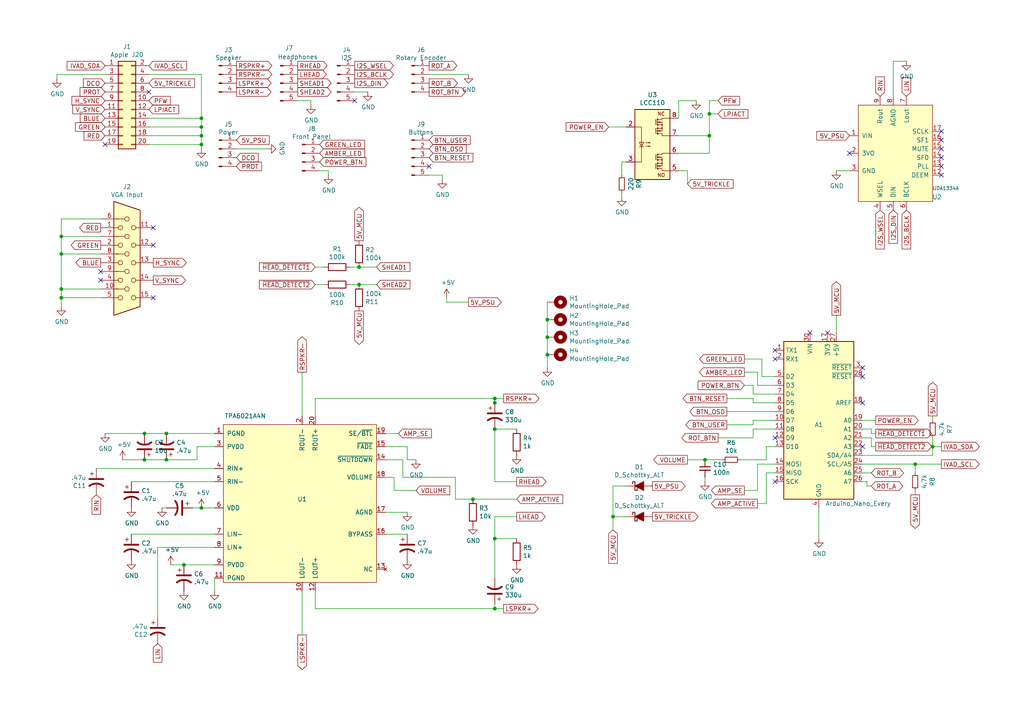
<source format=kicad_sch>
(kicad_sch (version 20211123) (generator eeschema)
  (paper "A4")
  (lib_symbols
    (symbol "Connector:Conn_01x04_Male" (pin_names (offset 1.016) hide)
      (property "Reference" "J" (at 0 5.08 0))
      (property "Value" "Conn_01x04_Male" (at 0 -7.62 0))
      (symbol "Conn_01x04_Male_1_1"
        (pin passive line (at 5.08 2.54 180) (length 3.81) (name "Pin_1") (number "1"))
        (pin passive line (at 5.08 0 180) (length 3.81) (name "Pin_2") (number "2"))
        (pin passive line (at 5.08 -2.54 180) (length 3.81) (name "Pin_3") (number "3"))
        (pin passive line (at 5.08 -5.08 180) (length 3.81) (name "Pin_4") (number "4"))
      )
    )
    (symbol "Connector:Conn_01x05_Male" (pin_names (offset 1.016) hide)
      (property "Reference" "J" (at 0 7.62 0))
      (property "Value" "Conn_01x05_Male" (at 0 -7.62 0))
      (symbol "Conn_01x05_Male_1_1"
        (pin passive line (at 5.08 5.08 180) (length 3.81) (name "Pin_1") (number "1"))
        (pin passive line (at 5.08 2.54 180) (length 3.81) (name "Pin_2") (number "2"))
        (pin passive line (at 5.08 0 180) (length 3.81) (name "Pin_3") (number "3"))
        (pin passive line (at 5.08 -2.54 180) (length 3.81) (name "Pin_4") (number "4"))
        (pin passive line (at 5.08 -5.08 180) (length 3.81) (name "Pin_5") (number "5"))
      )
    )
    (symbol "Connector:DB15_Female_HighDensity" (pin_names (offset 1.016) hide)
      (property "Reference" "J" (at 0 21.59 0))
      (property "Value" "DB15_Female_HighDensity" (at 0 19.05 0))
      (symbol "DB15_Female_HighDensity_1_1"
        (pin passive line (at -7.62 10.16 0) (length 5.08) (name "~") (number "1"))
        (pin passive line (at -7.62 -7.62 0) (length 5.08) (name "~") (number "10"))
        (pin passive line (at 7.62 10.16 180) (length 5.08) (name "~") (number "11"))
        (pin passive line (at 7.62 5.08 180) (length 5.08) (name "~") (number "12"))
        (pin passive line (at 7.62 0 180) (length 5.08) (name "~") (number "13"))
        (pin passive line (at 7.62 -5.08 180) (length 5.08) (name "~") (number "14"))
        (pin passive line (at 7.62 -10.16 180) (length 5.08) (name "~") (number "15"))
        (pin passive line (at -7.62 5.08 0) (length 5.08) (name "~") (number "2"))
        (pin passive line (at -7.62 0 0) (length 5.08) (name "~") (number "3"))
        (pin passive line (at -7.62 -5.08 0) (length 5.08) (name "~") (number "4"))
        (pin passive line (at -7.62 -10.16 0) (length 5.08) (name "~") (number "5"))
        (pin passive line (at -7.62 12.7 0) (length 5.08) (name "~") (number "6"))
        (pin passive line (at -7.62 7.62 0) (length 5.08) (name "~") (number "7"))
        (pin passive line (at -7.62 2.54 0) (length 5.08) (name "~") (number "8"))
        (pin passive line (at -7.62 -2.54 0) (length 5.08) (name "~") (number "9"))
      )
    )
    (symbol "Connector_Generic:Conn_02x10_Odd_Even" (pin_names (offset 1.016) hide)
      (property "Reference" "J" (at 1.27 12.7 0))
      (property "Value" "Conn_02x10_Odd_Even" (at 1.27 -15.24 0))
      (symbol "Conn_02x10_Odd_Even_1_1"
        (pin passive line (at -5.08 10.16 0) (length 3.81) (name "Pin_1") (number "1"))
        (pin passive line (at 7.62 0 180) (length 3.81) (name "Pin_10") (number "10"))
        (pin passive line (at -5.08 -2.54 0) (length 3.81) (name "Pin_11") (number "11"))
        (pin passive line (at 7.62 -2.54 180) (length 3.81) (name "Pin_12") (number "12"))
        (pin passive line (at -5.08 -5.08 0) (length 3.81) (name "Pin_13") (number "13"))
        (pin passive line (at 7.62 -5.08 180) (length 3.81) (name "Pin_14") (number "14"))
        (pin passive line (at -5.08 -7.62 0) (length 3.81) (name "Pin_15") (number "15"))
        (pin passive line (at 7.62 -7.62 180) (length 3.81) (name "Pin_16") (number "16"))
        (pin passive line (at -5.08 -10.16 0) (length 3.81) (name "Pin_17") (number "17"))
        (pin passive line (at 7.62 -10.16 180) (length 3.81) (name "Pin_18") (number "18"))
        (pin passive line (at -5.08 -12.7 0) (length 3.81) (name "Pin_19") (number "19"))
        (pin passive line (at 7.62 10.16 180) (length 3.81) (name "Pin_2") (number "2"))
        (pin passive line (at 7.62 -12.7 180) (length 3.81) (name "Pin_20") (number "20"))
        (pin passive line (at -5.08 7.62 0) (length 3.81) (name "Pin_3") (number "3"))
        (pin passive line (at 7.62 7.62 180) (length 3.81) (name "Pin_4") (number "4"))
        (pin passive line (at -5.08 5.08 0) (length 3.81) (name "Pin_5") (number "5"))
        (pin passive line (at 7.62 5.08 180) (length 3.81) (name "Pin_6") (number "6"))
        (pin passive line (at -5.08 2.54 0) (length 3.81) (name "Pin_7") (number "7"))
        (pin passive line (at 7.62 2.54 180) (length 3.81) (name "Pin_8") (number "8"))
        (pin passive line (at -5.08 0 0) (length 3.81) (name "Pin_9") (number "9"))
      )
    )
    (symbol "Device:C_Small" (pin_numbers hide) (pin_names (offset 0.254) hide)
      (property "Reference" "C" (at 0.254 1.778 0))
      (property "Value" "C_Small" (at 0.254 -2.032 0))
      (symbol "C_Small_1_1"
        (pin passive line (at 0 2.54 270) (length 2.032) (name "~") (number "1"))
        (pin passive line (at 0 -2.54 90) (length 2.032) (name "~") (number "2"))
      )
    )
    (symbol "Device:R" (pin_numbers hide) (pin_names (offset 0))
      (property "Reference" "R" (at 2.032 0 90))
      (property "Value" "R" (at 0 0 90))
      (symbol "R_1_1"
        (pin passive line (at 0 3.81 270) (length 1.27) (name "~") (number "1"))
        (pin passive line (at 0 -3.81 90) (length 1.27) (name "~") (number "2"))
      )
    )
    (symbol "Device:R_Small" (pin_numbers hide) (pin_names (offset 0.254) hide)
      (property "Reference" "R" (at 0.762 0.508 0))
      (property "Value" "R_Small" (at 0.762 -1.016 0))
      (symbol "R_Small_1_1"
        (pin passive line (at 0 2.54 270) (length 0.762) (name "~") (number "1"))
        (pin passive line (at 0 -2.54 90) (length 0.762) (name "~") (number "2"))
      )
    )
    (symbol "MCU_Module:Arduino_Nano_Every"
      (property "Reference" "A" (at -10.16 23.495 0))
      (property "Value" "Arduino_Nano_Every" (at 5.08 -24.13 0))
      (symbol "Arduino_Nano_Every_1_1"
        (pin bidirectional line (at -12.7 20.32 0) (length 2.54) (name "TX1") (number "1"))
        (pin bidirectional line (at -12.7 0 0) (length 2.54) (name "D7") (number "10"))
        (pin bidirectional line (at -12.7 -2.54 0) (length 2.54) (name "D8") (number "11"))
        (pin bidirectional line (at -12.7 -5.08 0) (length 2.54) (name "D9") (number "12"))
        (pin bidirectional line (at -12.7 -7.62 0) (length 2.54) (name "D10") (number "13"))
        (pin bidirectional line (at -12.7 -12.7 0) (length 2.54) (name "MOSI") (number "14"))
        (pin bidirectional line (at -12.7 -15.24 0) (length 2.54) (name "MISO") (number "15"))
        (pin bidirectional line (at -12.7 -17.78 0) (length 2.54) (name "SCK") (number "16"))
        (pin power_out line (at 2.54 25.4 270) (length 2.54) (name "3V3") (number "17"))
        (pin input line (at 12.7 5.08 180) (length 2.54) (name "AREF") (number "18"))
        (pin bidirectional line (at 12.7 0 180) (length 2.54) (name "A0") (number "19"))
        (pin bidirectional line (at -12.7 17.78 0) (length 2.54) (name "RX1") (number "2"))
        (pin bidirectional line (at 12.7 -2.54 180) (length 2.54) (name "A1") (number "20"))
        (pin bidirectional line (at 12.7 -5.08 180) (length 2.54) (name "A2") (number "21"))
        (pin bidirectional line (at 12.7 -7.62 180) (length 2.54) (name "A3") (number "22"))
        (pin bidirectional line (at 12.7 -10.16 180) (length 2.54) (name "SDA/A4") (number "23"))
        (pin bidirectional line (at 12.7 -12.7 180) (length 2.54) (name "SCL/A5") (number "24"))
        (pin bidirectional line (at 12.7 -15.24 180) (length 2.54) (name "A6") (number "25"))
        (pin bidirectional line (at 12.7 -17.78 180) (length 2.54) (name "A7") (number "26"))
        (pin power_out line (at 5.08 25.4 270) (length 2.54) (name "+5V") (number "27"))
        (pin input line (at 12.7 12.7 180) (length 2.54) (name "~{RESET}") (number "28"))
        (pin passive line (at 0 -25.4 90) (length 2.54) hide (name "GND") (number "29"))
        (pin input line (at 12.7 15.24 180) (length 2.54) (name "~{RESET}") (number "3"))
        (pin power_in line (at -2.54 25.4 270) (length 2.54) (name "VIN") (number "30"))
        (pin power_in line (at 0 -25.4 90) (length 2.54) (name "GND") (number "4"))
        (pin bidirectional line (at -12.7 12.7 0) (length 2.54) (name "D2") (number "5"))
        (pin bidirectional line (at -12.7 10.16 0) (length 2.54) (name "D3") (number "6"))
        (pin bidirectional line (at -12.7 7.62 0) (length 2.54) (name "D4") (number "7"))
        (pin bidirectional line (at -12.7 5.08 0) (length 2.54) (name "D5") (number "8"))
        (pin bidirectional line (at -12.7 2.54 0) (length 2.54) (name "D6") (number "9"))
      )
    )
    (symbol "Mechanical:MountingHole_Pad" (pin_numbers hide) (pin_names (offset 1.016) hide)
      (property "Reference" "H" (at 0 6.35 0))
      (property "Value" "MountingHole_Pad" (at 0 4.445 0))
      (symbol "MountingHole_Pad_1_1"
        (pin input line (at 0 -2.54 90) (length 2.54) (name "1") (number "1"))
      )
    )
    (symbol "MiSTer-Custom:TPA6021A4N" (pin_names (offset 1.016))
      (property "Reference" "U" (at 0 5.08 0))
      (property "Value" "TPA6021A4N" (at 0 -3.81 0))
      (symbol "TPA6021A4N_1_1"
        (pin power_in line (at -25.4 20.32 0) (length 2.54) (name "PGND") (number "1"))
        (pin output line (at 0 -25.4 90) (length 2.54) (name "LOUT-") (number "10"))
        (pin power_in line (at -25.4 -21.59 0) (length 2.54) (name "PGND") (number "11"))
        (pin output line (at 3.81 -25.4 90) (length 2.54) (name "LOUT+") (number "12"))
        (pin no_connect line (at 24.13 -19.05 180) (length 2.54) (name "NC") (number "13"))
        (pin input line (at 24.13 12.7 180) (length 2.54) (name "~{SHUTDOWN}") (number "14"))
        (pin input line (at 24.13 16.51 180) (length 2.54) (name "~{FADE}") (number "15"))
        (pin input line (at 24.13 -8.89 180) (length 2.54) (name "BYPASS") (number "16"))
        (pin power_in line (at 24.13 -2.54 180) (length 2.54) (name "AGND") (number "17"))
        (pin input line (at 24.13 7.62 180) (length 2.54) (name "VOLUME") (number "18"))
        (pin input line (at 24.13 20.32 180) (length 2.54) (name "SE/~{BTL}") (number "19"))
        (pin output line (at 0 25.4 270) (length 2.54) (name "ROUT-") (number "2"))
        (pin output line (at 3.81 25.4 270) (length 2.54) (name "ROUT+") (number "20"))
        (pin power_in line (at -25.4 16.51 0) (length 2.54) (name "PVDD") (number "3"))
        (pin input line (at -25.4 10.16 0) (length 2.54) (name "RIN+") (number "4"))
        (pin input line (at -25.4 6.35 0) (length 2.54) (name "RIN-") (number "5"))
        (pin power_in line (at -25.4 -1.27 0) (length 2.54) (name "VDD") (number "6"))
        (pin input line (at -25.4 -8.89 0) (length 2.54) (name "LIN-") (number "7"))
        (pin input line (at -25.4 -12.7 0) (length 2.54) (name "LIN+") (number "8"))
        (pin power_in line (at -25.4 -17.78 0) (length 2.54) (name "PVDD") (number "9"))
      )
    )
    (symbol "MiSTer-Custom:UDA1334A" (pin_names (offset 1.016))
      (property "Reference" "U" (at 0 0 0))
      (property "Value" "UDA1334A" (at 10.16 10.16 0))
      (symbol "UDA1334A_1_1"
        (pin power_in line (at 5.08 11.43 270) (length 2.54) (name "VIN") (number "1"))
        (pin input line (at -6.35 -15.24 90) (length 2.54) (name "DEEM") (number "12"))
        (pin input line (at -3.81 -15.24 90) (length 2.54) (name "PLL") (number "13"))
        (pin input line (at -1.27 -15.24 90) (length 2.54) (name "SF0") (number "14"))
        (pin input line (at 1.27 -15.24 90) (length 2.54) (name "MUTE") (number "15"))
        (pin input line (at 3.81 -15.24 90) (length 2.54) (name "SF1") (number "16"))
        (pin input line (at 6.35 -15.24 90) (length 2.54) (name "SCLK") (number "17"))
        (pin power_out line (at 0 11.43 270) (length 2.54) (name "3VO") (number "2"))
        (pin power_in line (at -5.08 11.43 270) (length 2.54) (name "GND") (number "3"))
        (pin input line (at -16.51 2.54 0) (length 2.54) (name "WSEL") (number "4"))
        (pin input line (at -16.51 -1.27 0) (length 2.54) (name "DIN") (number "5"))
        (pin input line (at -16.51 -5.08 0) (length 2.54) (name "BCLK") (number "6"))
        (pin output line (at 16.51 -5.08 180) (length 2.54) (name "Lout") (number "7"))
        (pin power_in line (at 16.51 -1.27 180) (length 2.54) (name "AGND") (number "8"))
        (pin output line (at 16.51 2.54 180) (length 2.54) (name "Rout") (number "9"))
      )
    )
    (symbol "MiSTer-G3-rescue:CP1-Device" (pin_numbers hide) (pin_names (offset 0.254) hide)
      (property "Reference" "C" (at 0.635 2.54 0))
      (property "Value" "CP1-Device" (at 0.635 -2.54 0))
      (symbol "CP1-Device_1_1"
        (pin passive line (at 0 3.81 270) (length 2.794) (name "~") (number "1"))
        (pin passive line (at 0 -3.81 90) (length 3.302) (name "~") (number "2"))
      )
    )
    (symbol "MiSTer-G3-rescue:D_Schottky_ALT-Device" (pin_numbers hide) (pin_names (offset 1.016) hide)
      (property "Reference" "D" (at 0 2.54 0))
      (property "Value" "D_Schottky_ALT-Device" (at 0 -2.54 0))
      (symbol "D_Schottky_ALT-Device_1_1"
        (pin passive line (at -3.81 0 0) (length 2.54) (name "K") (number "1"))
        (pin passive line (at 3.81 0 180) (length 2.54) (name "A") (number "2"))
      )
    )
    (symbol "Relay_SolidState:LCC110"
      (property "Reference" "U" (at -5.08 11.43 0))
      (property "Value" "LCC110" (at -0.254 11.43 0))
      (symbol "LCC110_0_0"
        (text "NC" (at 2.54 8.89 0) (effects (font (size 1.016 1.016))))
        (text "NO" (at 2.54 -8.89 0) (effects (font (size 1.016 1.016))))
      )
      (symbol "LCC110_1_1"
        (pin no_connect line (at -5.08 7.62 0) (length 2.54) hide (name "nc") (number "1"))
        (pin passive line (at -7.62 5.08 0) (length 2.54) (name "~") (number "2"))
        (pin passive line (at -7.62 -5.08 0) (length 2.54) (name "~") (number "3"))
        (pin no_connect line (at -5.08 -7.62 0) (length 2.54) hide (name "nc") (number "4"))
        (pin passive line (at 7.62 -7.62 180) (length 2.54) (name "~") (number "5"))
        (pin passive line (at 7.62 -2.54 180) (length 2.54) (name "~") (number "6"))
        (pin passive line (at 7.62 2.54 180) (length 2.54) (name "~") (number "7"))
        (pin passive line (at 7.62 7.62 180) (length 2.54) (name "~") (number "8"))
      )
    )
    (symbol "power:+5V" (power) (pin_names (offset 0))
      (property "Value" "+5V" (at 0 3.556 0))
      (symbol "+5V_1_1"
        (pin power_in line (at 0 0 90) (length 0) hide (name "+5V") (number "1"))
      )
    )
    (symbol "power:GND" (power) (pin_names (offset 0))
      (property "Value" "GND" (at 0 -3.81 0))
      (symbol "GND_1_1"
        (pin power_in line (at 0 0 270) (length 0) hide (name "GND") (number "1"))
      )
    )
  )
  (junction (at 205.74 39.37))
  (junction (at 205.74 33.02))
  (junction (at 48.26 125.73))
  (junction (at 17.78 73.66))
  (junction (at 17.78 86.36))
  (junction (at 143.51 115.57))
  (junction (at 41.91 133.35))
  (junction (at 158.75 92.71))
  (junction (at 58.42 39.37))
  (junction (at 143.51 156.21))
  (junction (at 137.16 144.78))
  (junction (at 270.51 129.54))
  (junction (at 17.78 68.58))
  (junction (at 58.42 34.29))
  (junction (at 143.51 124.46))
  (junction (at 58.42 147.32))
  (junction (at 58.42 36.83))
  (junction (at 158.75 97.79))
  (junction (at 143.51 176.53))
  (junction (at 177.8 149.86))
  (junction (at 158.75 102.87))
  (junction (at 53.34 163.83))
  (junction (at 204.47 133.35))
  (junction (at 104.14 82.55))
  (junction (at 58.42 41.91))
  (junction (at 17.78 83.82))
  (junction (at 143.51 116.84))
  (junction (at 41.91 125.73))
  (junction (at 104.14 77.47))
  (junction (at 265.43 134.62))
  (junction (at 48.26 133.35))
  (no_connect (at 224.79 127))
  (no_connect (at 224.79 101.6))
  (no_connect (at 224.79 104.14))
  (no_connect (at 30.48 41.91))
  (no_connect (at 250.19 116.84))
  (no_connect (at 234.95 96.52))
  (no_connect (at 224.79 139.7))
  (no_connect (at 273.05 48.26))
  (no_connect (at 29.21 78.74))
  (no_connect (at 273.05 45.72))
  (no_connect (at 250.19 106.68))
  (no_connect (at 250.19 129.54))
  (no_connect (at 273.05 38.1))
  (no_connect (at 29.21 81.28))
  (no_connect (at 44.45 71.12))
  (no_connect (at 44.45 66.04))
  (no_connect (at 246.38 44.45))
  (no_connect (at 273.05 43.18))
  (no_connect (at 273.05 50.8))
  (no_connect (at 307.34 166.37))
  (no_connect (at 43.18 26.67))
  (no_connect (at 250.19 109.22))
  (no_connect (at 44.45 86.36))
  (no_connect (at 124.46 48.26))
  (no_connect (at 240.03 96.52))
  (no_connect (at 102.87 29.21))
  (no_connect (at 273.05 40.64))
  (wire (pts (xy 242.57 49.53) (xy 246.38 49.53)))
  (wire (pts (xy 27.94 135.89) (xy 62.23 135.89)))
  (wire (pts (xy 116.84 138.43) (xy 132.08 138.43)))
  (wire (pts (xy 252.73 127) (xy 252.73 129.54)))
  (wire (pts (xy 116.84 133.35) (xy 116.84 138.43)))
  (wire (pts (xy 57.15 129.54) (xy 62.23 129.54)))
  (wire (pts (xy 118.11 129.54) (xy 118.11 133.35)))
  (wire (pts (xy 43.18 41.91) (xy 58.42 41.91)))
  (wire (pts (xy 91.44 115.57) (xy 143.51 115.57)))
  (wire (pts (xy 158.75 92.71) (xy 158.75 97.79)))
  (wire (pts (xy 17.78 88.9) (xy 17.78 86.36)))
  (wire (pts (xy 250.19 124.46) (xy 252.73 124.46)))
  (wire (pts (xy 199.39 49.53) (xy 199.39 53.34)))
  (wire (pts (xy 143.51 176.53) (xy 146.05 176.53)))
  (wire (pts (xy 58.42 36.83) (xy 58.42 39.37)))
  (wire (pts (xy 214.63 133.35) (xy 222.25 133.35)))
  (wire (pts (xy 252.73 125.73) (xy 254 125.73)))
  (wire (pts (xy 104.14 77.47) (xy 109.22 77.47)))
  (wire (pts (xy 196.85 39.37) (xy 205.74 39.37)))
  (wire (pts (xy 250.19 134.62) (xy 265.43 134.62)))
  (wire (pts (xy 196.85 34.29) (xy 196.85 29.21)))
  (wire (pts (xy 222.25 137.16) (xy 222.25 146.05)))
  (wire (pts (xy 180.34 46.99) (xy 181.61 46.99)))
  (wire (pts (xy 252.73 129.54) (xy 254 129.54)))
  (wire (pts (xy 205.74 33.02) (xy 208.28 33.02)))
  (wire (pts (xy 250.19 137.16) (xy 252.73 137.16)))
  (wire (pts (xy 149.86 156.21) (xy 143.51 156.21)))
  (wire (pts (xy 215.9 111.76) (xy 218.44 111.76)))
  (wire (pts (xy 111.76 133.35) (xy 116.84 133.35)))
  (wire (pts (xy 252.73 124.46) (xy 252.73 125.73)))
  (wire (pts (xy 17.78 73.66) (xy 17.78 68.58)))
  (wire (pts (xy 137.16 144.78) (xy 149.86 144.78)))
  (wire (pts (xy 91.44 176.53) (xy 143.51 176.53)))
  (wire (pts (xy 29.21 86.36) (xy 17.78 86.36)))
  (wire (pts (xy 181.61 140.97) (xy 177.8 140.97)))
  (wire (pts (xy 250.19 121.92) (xy 254 121.92)))
  (wire (pts (xy 265.43 134.62) (xy 265.43 137.16)))
  (wire (pts (xy 49.53 163.83) (xy 53.34 163.83)))
  (wire (pts (xy 143.51 175.26) (xy 143.51 176.53)))
  (wire (pts (xy 265.43 134.62) (xy 273.05 134.62)))
  (wire (pts (xy 114.3 138.43) (xy 114.3 142.24)))
  (wire (pts (xy 218.44 121.92) (xy 224.79 121.92)))
  (wire (pts (xy 48.26 125.73) (xy 62.23 125.73)))
  (wire (pts (xy 87.63 171.45) (xy 87.63 184.15)))
  (wire (pts (xy 199.39 133.35) (xy 204.47 133.35)))
  (wire (pts (xy 43.18 36.83) (xy 58.42 36.83)))
  (wire (pts (xy 129.54 86.36) (xy 129.54 87.63)))
  (wire (pts (xy 129.54 87.63) (xy 135.89 87.63)))
  (wire (pts (xy 58.42 34.29) (xy 58.42 36.83)))
  (wire (pts (xy 215.9 107.95) (xy 219.71 107.95)))
  (wire (pts (xy 218.44 115.57) (xy 218.44 116.84)))
  (wire (pts (xy 48.26 147.32) (xy 46.99 147.32)))
  (wire (pts (xy 58.42 39.37) (xy 58.42 41.91)))
  (wire (pts (xy 215.9 104.14) (xy 220.98 104.14)))
  (wire (pts (xy 210.82 119.38) (xy 224.79 119.38)))
  (wire (pts (xy 53.34 163.83) (xy 62.23 163.83)))
  (wire (pts (xy 219.71 111.76) (xy 224.79 111.76)))
  (wire (pts (xy 16.51 21.59) (xy 16.51 22.86)))
  (wire (pts (xy 205.74 44.45) (xy 196.85 44.45)))
  (wire (pts (xy 29.21 83.82) (xy 17.78 83.82)))
  (wire (pts (xy 128.27 50.8) (xy 128.27 52.07)))
  (wire (pts (xy 224.79 129.54) (xy 222.25 129.54)))
  (wire (pts (xy 101.6 82.55) (xy 104.14 82.55)))
  (wire (pts (xy 48.26 133.35) (xy 57.15 133.35)))
  (wire (pts (xy 205.74 29.21) (xy 208.28 29.21)))
  (wire (pts (xy 87.63 120.65) (xy 87.63 107.95)))
  (wire (pts (xy 29.21 68.58) (xy 17.78 68.58)))
  (wire (pts (xy 219.71 134.62) (xy 219.71 142.24)))
  (wire (pts (xy 62.23 139.7) (xy 38.1 139.7)))
  (wire (pts (xy 218.44 123.19) (xy 218.44 121.92)))
  (wire (pts (xy 176.53 36.83) (xy 181.61 36.83)))
  (wire (pts (xy 180.34 57.15) (xy 180.34 55.88)))
  (wire (pts (xy 17.78 63.5) (xy 29.21 63.5)))
  (wire (pts (xy 218.44 114.3) (xy 224.79 114.3)))
  (wire (pts (xy 58.42 21.59) (xy 58.42 34.29)))
  (wire (pts (xy 143.51 124.46) (xy 149.86 124.46)))
  (wire (pts (xy 259.08 17.78) (xy 262.89 17.78)))
  (wire (pts (xy 224.79 134.62) (xy 219.71 134.62)))
  (wire (pts (xy 132.08 144.78) (xy 137.16 144.78)))
  (wire (pts (xy 219.71 142.24) (xy 215.9 142.24)))
  (wire (pts (xy 91.44 82.55) (xy 93.98 82.55)))
  (wire (pts (xy 58.42 147.32) (xy 62.23 147.32)))
  (wire (pts (xy 90.17 29.21) (xy 90.17 30.48)))
  (wire (pts (xy 86.36 29.21) (xy 90.17 29.21)))
  (wire (pts (xy 158.75 102.87) (xy 158.75 106.68)))
  (wire (pts (xy 242.57 91.44) (xy 242.57 96.52)))
  (wire (pts (xy 41.91 133.35) (xy 48.26 133.35)))
  (wire (pts (xy 143.51 156.21) (xy 143.51 167.64)))
  (wire (pts (xy 62.23 154.94) (xy 38.1 154.94)))
  (wire (pts (xy 146.05 115.57) (xy 143.51 115.57)))
  (wire (pts (xy 222.25 146.05) (xy 219.71 146.05)))
  (wire (pts (xy 95.25 49.53) (xy 95.25 50.8)))
  (wire (pts (xy 104.14 82.55) (xy 109.22 82.55)))
  (wire (pts (xy 30.48 21.59) (xy 16.51 21.59)))
  (wire (pts (xy 45.72 158.75) (xy 62.23 158.75)))
  (wire (pts (xy 58.42 41.91) (xy 58.42 43.18)))
  (wire (pts (xy 196.85 29.21) (xy 201.93 29.21)))
  (wire (pts (xy 124.46 50.8) (xy 128.27 50.8)))
  (wire (pts (xy 68.58 43.18) (xy 77.47 43.18)))
  (wire (pts (xy 218.44 127) (xy 218.44 124.46)))
  (wire (pts (xy 251.46 140.97) (xy 252.73 140.97)))
  (wire (pts (xy 205.74 39.37) (xy 205.74 44.45)))
  (wire (pts (xy 204.47 138.43) (xy 204.47 139.7)))
  (wire (pts (xy 237.49 147.32) (xy 237.49 156.21)))
  (wire (pts (xy 208.28 127) (xy 218.44 127)))
  (wire (pts (xy 111.76 138.43) (xy 114.3 138.43)))
  (wire (pts (xy 205.74 33.02) (xy 205.74 29.21)))
  (wire (pts (xy 62.23 167.64) (xy 62.23 171.45)))
  (wire (pts (xy 220.98 109.22) (xy 224.79 109.22)))
  (wire (pts (xy 205.74 39.37) (xy 205.74 33.02)))
  (wire (pts (xy 270.51 132.08) (xy 270.51 129.54)))
  (wire (pts (xy 204.47 133.35) (xy 209.55 133.35)))
  (wire (pts (xy 45.72 179.07) (xy 45.72 158.75)))
  (wire (pts (xy 259.08 27.94) (xy 259.08 17.78)))
  (wire (pts (xy 92.71 49.53) (xy 95.25 49.53)))
  (wire (pts (xy 219.71 107.95) (xy 219.71 111.76)))
  (wire (pts (xy 118.11 133.35) (xy 120.65 133.35)))
  (wire (pts (xy 17.78 83.82) (xy 17.78 73.66)))
  (wire (pts (xy 181.61 149.86) (xy 177.8 149.86)))
  (wire (pts (xy 43.18 39.37) (xy 58.42 39.37)))
  (wire (pts (xy 270.51 120.65) (xy 270.51 121.92)))
  (wire (pts (xy 210.82 115.57) (xy 218.44 115.57)))
  (wire (pts (xy 91.44 77.47) (xy 93.98 77.47)))
  (wire (pts (xy 55.88 147.32) (xy 58.42 147.32)))
  (wire (pts (xy 111.76 125.73) (xy 115.57 125.73)))
  (wire (pts (xy 91.44 171.45) (xy 91.44 176.53)))
  (wire (pts (xy 143.51 116.84) (xy 143.51 119.38)))
  (wire (pts (xy 251.46 139.7) (xy 251.46 140.97)))
  (wire (pts (xy 158.75 87.63) (xy 158.75 92.71)))
  (wire (pts (xy 218.44 111.76) (xy 218.44 114.3)))
  (wire (pts (xy 250.19 127) (xy 252.73 127)))
  (wire (pts (xy 17.78 86.36) (xy 17.78 83.82)))
  (wire (pts (xy 17.78 68.58) (xy 17.78 63.5)))
  (wire (pts (xy 111.76 129.54) (xy 118.11 129.54)))
  (wire (pts (xy 218.44 124.46) (xy 224.79 124.46)))
  (wire (pts (xy 158.75 97.79) (xy 158.75 102.87)))
  (wire (pts (xy 143.51 149.86) (xy 149.86 149.86)))
  (wire (pts (xy 250.19 132.08) (xy 270.51 132.08)))
  (wire (pts (xy 220.98 104.14) (xy 220.98 109.22)))
  (wire (pts (xy 132.08 138.43) (xy 132.08 144.78)))
  (wire (pts (xy 224.79 137.16) (xy 222.25 137.16)))
  (wire (pts (xy 180.34 50.8) (xy 180.34 46.99)))
  (wire (pts (xy 29.21 73.66) (xy 17.78 73.66)))
  (wire (pts (xy 101.6 77.47) (xy 104.14 77.47)))
  (wire (pts (xy 43.18 34.29) (xy 58.42 34.29)))
  (wire (pts (xy 114.3 142.24) (xy 120.65 142.24)))
  (wire (pts (xy 177.8 149.86) (xy 177.8 153.67)))
  (wire (pts (xy 250.19 139.7) (xy 251.46 139.7)))
  (wire (pts (xy 143.51 156.21) (xy 143.51 149.86)))
  (wire (pts (xy 43.18 21.59) (xy 58.42 21.59)))
  (wire (pts (xy 218.44 116.84) (xy 224.79 116.84)))
  (wire (pts (xy 222.25 133.35) (xy 222.25 129.54)))
  (wire (pts (xy 41.91 125.73) (xy 48.26 125.73)))
  (wire (pts (xy 270.51 129.54) (xy 273.05 129.54)))
  (wire (pts (xy 135.89 21.59) (xy 124.46 21.59)))
  (wire (pts (xy 270.51 129.54) (xy 270.51 127)))
  (wire (pts (xy 143.51 124.46) (xy 143.51 139.7)))
  (wire (pts (xy 265.43 142.24) (xy 265.43 143.51)))
  (wire (pts (xy 196.85 49.53) (xy 199.39 49.53)))
  (wire (pts (xy 143.51 115.57) (xy 143.51 116.84)))
  (wire (pts (xy 177.8 140.97) (xy 177.8 149.86)))
  (wire (pts (xy 102.87 26.67) (xy 106.68 26.67)))
  (wire (pts (xy 30.48 125.73) (xy 41.91 125.73)))
  (wire (pts (xy 111.76 148.59) (xy 118.11 148.59)))
  (wire (pts (xy 57.15 133.35) (xy 57.15 129.54)))
  (wire (pts (xy 91.44 120.65) (xy 91.44 115.57)))
  (wire (pts (xy 143.51 139.7) (xy 149.86 139.7)))
  (wire (pts (xy 111.76 154.94) (xy 118.11 154.94)))
  (wire (pts (xy 35.56 133.35) (xy 41.91 133.35)))
  (wire (pts (xy 210.82 123.19) (xy 218.44 123.19)))
  (global_label "5V_MCU" (shape output) (at 104.14 69.85 90) (property "Intersheet References" "${INTERSHEET_REFS}" (effects hide)))
  (global_label "5V_MCU" (shape output) (at 242.57 91.44 90) (property "Intersheet References" "${INTERSHEET_REFS}" (effects hide)))
  (global_label "~{HEAD_DETECT1}" (shape output) (at 254 125.73 0) (property "Intersheet References" "${INTERSHEET_REFS}" (effects hide)))
  (global_label "PROT" (shape input) (at 68.58 48.26 0) (property "Intersheet References" "${INTERSHEET_REFS}" (effects hide)))
  (global_label "POWER_EN" (shape input) (at 176.53 36.83 180) (property "Intersheet References" "${INTERSHEET_REFS}" (effects hide)))
  (global_label "LSPKR-" (shape output) (at 68.58 26.67 0) (property "Intersheet References" "${INTERSHEET_REFS}" (effects hide)))
  (global_label "I2S_WSEL" (shape input) (at 255.27 60.96 270) (property "Intersheet References" "${INTERSHEET_REFS}" (effects hide)))
  (global_label "IVAD_SDA" (shape output) (at 273.05 129.54 0) (property "Intersheet References" "${INTERSHEET_REFS}" (effects hide)))
  (global_label "I2S_WSEL" (shape output) (at 102.87 19.05 0) (property "Intersheet References" "${INTERSHEET_REFS}" (effects hide)))
  (global_label "BLUE" (shape input) (at 30.48 34.29 180) (property "Intersheet References" "${INTERSHEET_REFS}" (effects hide)))
  (global_label "AMBER_LED" (shape input) (at 92.71 44.45 0) (property "Intersheet References" "${INTERSHEET_REFS}" (effects hide)))
  (global_label "~{HEAD_DETECT2}" (shape input) (at 91.44 82.55 180) (property "Intersheet References" "${INTERSHEET_REFS}" (effects hide)))
  (global_label "5V_PSU" (shape output) (at 189.23 140.97 0) (property "Intersheet References" "${INTERSHEET_REFS}" (effects hide)))
  (global_label "5V_PSU" (shape input) (at 68.58 40.64 0) (property "Intersheet References" "${INTERSHEET_REFS}" (effects hide)))
  (global_label "VOLUME" (shape input) (at 120.65 142.24 0) (property "Intersheet References" "${INTERSHEET_REFS}" (effects hide)))
  (global_label "SHEAD1" (shape input) (at 109.22 77.47 0) (property "Intersheet References" "${INTERSHEET_REFS}" (effects hide)))
  (global_label "AMBER_LED" (shape output) (at 215.9 107.95 180) (property "Intersheet References" "${INTERSHEET_REFS}" (effects hide)))
  (global_label "BTN_RESET" (shape output) (at 210.82 115.57 180) (property "Intersheet References" "${INTERSHEET_REFS}" (effects hide)))
  (global_label "LHEAD" (shape output) (at 149.86 149.86 0) (property "Intersheet References" "${INTERSHEET_REFS}" (effects hide)))
  (global_label "RED" (shape output) (at 29.21 66.04 180) (property "Intersheet References" "${INTERSHEET_REFS}" (effects hide)))
  (global_label "GREEN" (shape output) (at 29.21 71.12 180) (property "Intersheet References" "${INTERSHEET_REFS}" (effects hide)))
  (global_label "AMP_ACTIVE" (shape output) (at 219.71 146.05 180) (property "Intersheet References" "${INTERSHEET_REFS}" (effects hide)))
  (global_label "5V_TRICKLE" (shape output) (at 189.23 149.86 0) (property "Intersheet References" "${INTERSHEET_REFS}" (effects hide)))
  (global_label "5V_PSU" (shape input) (at 246.38 39.37 180) (property "Intersheet References" "${INTERSHEET_REFS}" (effects hide)))
  (global_label "5V_MCU" (shape output) (at 104.14 90.17 270) (property "Intersheet References" "${INTERSHEET_REFS}" (effects hide)))
  (global_label "ROT_B" (shape bidirectional) (at 252.73 137.16 0) (property "Intersheet References" "${INTERSHEET_REFS}" (effects hide)))
  (global_label "POWER_BTN" (shape input) (at 215.9 111.76 180) (property "Intersheet References" "${INTERSHEET_REFS}" (effects hide)))
  (global_label "5V_MCU" (shape output) (at 265.43 143.51 270) (property "Intersheet References" "${INTERSHEET_REFS}" (effects hide)))
  (global_label "I2S_BCLK" (shape output) (at 102.87 21.59 0) (property "Intersheet References" "${INTERSHEET_REFS}" (effects hide)))
  (global_label "ROT_A" (shape output) (at 124.46 19.05 0) (property "Intersheet References" "${INTERSHEET_REFS}" (effects hide)))
  (global_label "RIN" (shape input) (at 27.94 143.51 270) (property "Intersheet References" "${INTERSHEET_REFS}" (effects hide)))
  (global_label "GREEN_LED" (shape input) (at 92.71 41.91 0) (property "Intersheet References" "${INTERSHEET_REFS}" (effects hide)))
  (global_label "BLUE" (shape output) (at 29.21 76.2 180) (property "Intersheet References" "${INTERSHEET_REFS}" (effects hide)))
  (global_label "5V_TRICKLE" (shape input) (at 199.39 53.34 0) (property "Intersheet References" "${INTERSHEET_REFS}" (effects hide)))
  (global_label "I2S_BCLK" (shape input) (at 262.89 60.96 270) (property "Intersheet References" "${INTERSHEET_REFS}" (effects hide)))
  (global_label "ROT_A" (shape bidirectional) (at 252.73 140.97 0) (property "Intersheet References" "${INTERSHEET_REFS}" (effects hide)))
  (global_label "GREEN_LED" (shape output) (at 215.9 104.14 180) (property "Intersheet References" "${INTERSHEET_REFS}" (effects hide)))
  (global_label "RHEAD" (shape output) (at 86.36 19.05 0) (property "Intersheet References" "${INTERSHEET_REFS}" (effects hide)))
  (global_label "IVAD_SDA" (shape input) (at 30.48 19.05 180) (property "Intersheet References" "${INTERSHEET_REFS}" (effects hide)))
  (global_label "LSPKR-" (shape output) (at 87.63 184.15 270) (property "Intersheet References" "${INTERSHEET_REFS}" (effects hide)))
  (global_label "I2S_DIN" (shape output) (at 102.87 24.13 0) (property "Intersheet References" "${INTERSHEET_REFS}" (effects hide)))
  (global_label "LHEAD" (shape output) (at 86.36 21.59 0) (property "Intersheet References" "${INTERSHEET_REFS}" (effects hide)))
  (global_label "LIN" (shape input) (at 262.89 27.94 90) (property "Intersheet References" "${INTERSHEET_REFS}" (effects hide)))
  (global_label "RSPKR+" (shape output) (at 68.58 19.05 0) (property "Intersheet References" "${INTERSHEET_REFS}" (effects hide)))
  (global_label "RSPKR-" (shape output) (at 87.63 107.95 90) (property "Intersheet References" "${INTERSHEET_REFS}" (effects hide)))
  (global_label "IVAD_SCL" (shape input) (at 43.18 19.05 0) (property "Intersheet References" "${INTERSHEET_REFS}" (effects hide)))
  (global_label "BTN_USER" (shape output) (at 210.82 123.19 180) (property "Intersheet References" "${INTERSHEET_REFS}" (effects hide)))
  (global_label "5V_MCU" (shape input) (at 177.8 153.67 270) (property "Intersheet References" "${INTERSHEET_REFS}" (effects hide)))
  (global_label "BTN_USER" (shape input) (at 124.46 40.64 0) (property "Intersheet References" "${INTERSHEET_REFS}" (effects hide)))
  (global_label "AMP_ACTIVE" (shape input) (at 149.86 144.78 0) (property "Intersheet References" "${INTERSHEET_REFS}" (effects hide)))
  (global_label "POWER_BTN" (shape input) (at 92.71 46.99 0) (property "Intersheet References" "${INTERSHEET_REFS}" (effects hide)))
  (global_label "V_SYNC" (shape output) (at 44.45 81.28 0) (property "Intersheet References" "${INTERSHEET_REFS}" (effects hide)))
  (global_label "RHEAD" (shape output) (at 149.86 139.7 0) (property "Intersheet References" "${INTERSHEET_REFS}" (effects hide)))
  (global_label "~{HEAD_DETECT1}" (shape input) (at 91.44 77.47 180) (property "Intersheet References" "${INTERSHEET_REFS}" (effects hide)))
  (global_label "AMP_SE" (shape output) (at 215.9 142.24 180) (property "Intersheet References" "${INTERSHEET_REFS}" (effects hide)))
  (global_label "IVAD_SCL" (shape output) (at 273.05 134.62 0) (property "Intersheet References" "${INTERSHEET_REFS}" (effects hide)))
  (global_label "LSPKR+" (shape output) (at 68.58 24.13 0) (property "Intersheet References" "${INTERSHEET_REFS}" (effects hide)))
  (global_label "LSPKR+" (shape output) (at 146.05 176.53 0) (property "Intersheet References" "${INTERSHEET_REFS}" (effects hide)))
  (global_label "DCO" (shape input) (at 68.58 45.72 0) (property "Intersheet References" "${INTERSHEET_REFS}" (effects hide)))
  (global_label "AMP_SE" (shape input) (at 115.57 125.73 0) (property "Intersheet References" "${INTERSHEET_REFS}" (effects hide)))
  (global_label "DCO" (shape input) (at 30.48 24.13 180) (property "Intersheet References" "${INTERSHEET_REFS}" (effects hide)))
  (global_label "I2S_DIN" (shape input) (at 259.08 60.96 270) (property "Intersheet References" "${INTERSHEET_REFS}" (effects hide)))
  (global_label "5V_MCU" (shape output) (at 270.51 120.65 90) (property "Intersheet References" "${INTERSHEET_REFS}" (effects hide)))
  (global_label "VOLUME" (shape output) (at 199.39 133.35 180) (property "Intersheet References" "${INTERSHEET_REFS}" (effects hide)))
  (global_label "ROT_BTN" (shape output) (at 208.28 127 180) (property "Intersheet References" "${INTERSHEET_REFS}" (effects hide)))
  (global_label "SHEAD2" (shape input) (at 109.22 82.55 0) (property "Intersheet References" "${INTERSHEET_REFS}" (effects hide)))
  (global_label "RSPKR-" (shape output) (at 68.58 21.59 0) (property "Intersheet References" "${INTERSHEET_REFS}" (effects hide)))
  (global_label "V_SYNC" (shape input) (at 30.48 31.75 180) (property "Intersheet References" "${INTERSHEET_REFS}" (effects hide)))
  (global_label "H_SYNC" (shape input) (at 30.48 29.21 180) (property "Intersheet References" "${INTERSHEET_REFS}" (effects hide)))
  (global_label "LIN" (shape input) (at 45.72 186.69 270) (property "Intersheet References" "${INTERSHEET_REFS}" (effects hide)))
  (global_label "ROT_B" (shape output) (at 124.46 24.13 0) (property "Intersheet References" "${INTERSHEET_REFS}" (effects hide)))
  (global_label "SHEAD2" (shape output) (at 86.36 26.67 0) (property "Intersheet References" "${INTERSHEET_REFS}" (effects hide)))
  (global_label "PFW" (shape input) (at 208.28 29.21 0) (property "Intersheet References" "${INTERSHEET_REFS}" (effects hide)))
  (global_label "BTN_OSD" (shape output) (at 210.82 119.38 180) (property "Intersheet References" "${INTERSHEET_REFS}" (effects hide)))
  (global_label "5V_TRICKLE" (shape input) (at 43.18 24.13 0) (property "Intersheet References" "${INTERSHEET_REFS}" (effects hide)))
  (global_label "5V_PSU" (shape output) (at 135.89 87.63 0) (property "Intersheet References" "${INTERSHEET_REFS}" (effects hide)))
  (global_label "GREEN" (shape input) (at 30.48 36.83 180) (property "Intersheet References" "${INTERSHEET_REFS}" (effects hide)))
  (global_label "SHEAD1" (shape output) (at 86.36 24.13 0) (property "Intersheet References" "${INTERSHEET_REFS}" (effects hide)))
  (global_label "RIN" (shape input) (at 255.27 27.94 90) (property "Intersheet References" "${INTERSHEET_REFS}" (effects hide)))
  (global_label "RED" (shape input) (at 30.48 39.37 180) (property "Intersheet References" "${INTERSHEET_REFS}" (effects hide)))
  (global_label "LPIACT" (shape input) (at 208.28 33.02 0) (property "Intersheet References" "${INTERSHEET_REFS}" (effects hide)))
  (global_label "PFW" (shape input) (at 43.18 29.21 0) (property "Intersheet References" "${INTERSHEET_REFS}" (effects hide)))
  (global_label "POWER_EN" (shape output) (at 254 121.92 0) (property "Intersheet References" "${INTERSHEET_REFS}" (effects hide)))
  (global_label "LPIACT" (shape input) (at 43.18 31.75 0) (property "Intersheet References" "${INTERSHEET_REFS}" (effects hide)))
  (global_label "PROT" (shape input) (at 30.48 26.67 180) (property "Intersheet References" "${INTERSHEET_REFS}" (effects hide)))
  (global_label "RSPKR+" (shape output) (at 146.05 115.57 0) (property "Intersheet References" "${INTERSHEET_REFS}" (effects hide)))
  (global_label "BTN_OSD" (shape input) (at 124.46 43.18 0) (property "Intersheet References" "${INTERSHEET_REFS}" (effects hide)))
  (global_label "BTN_RESET" (shape input) (at 124.46 45.72 0) (property "Intersheet References" "${INTERSHEET_REFS}" (effects hide)))
  (global_label "H_SYNC" (shape output) (at 44.45 76.2 0) (property "Intersheet References" "${INTERSHEET_REFS}" (effects hide)))
  (global_label "~{HEAD_DETECT2}" (shape output) (at 254 129.54 0) (property "Intersheet References" "${INTERSHEET_REFS}" (effects hide)))
  (global_label "ROT_BTN" (shape output) (at 124.46 26.67 0) (property "Intersheet References" "${INTERSHEET_REFS}" (effects hide)))
  (symbol (lib_id "MiSTer-G3-rescue:CP1-Device") (at 48.26 129.54 180) (unit 1)
    (property "Reference" "C4" (at 51.181 128.3716 0) (effects (justify right)))
    (property "Value" ".47u" (at 51.181 130.683 0) (effects (justify right)))
    (property "Footprint" "Capacitor_THT:CP_Radial_D5.0mm_P2.50mm" (effects hide))
    (property "Vendor" "digikey" (effects hide))
    (property "Part#" "478-8779-1-ND" (effects hide))
  )
  (symbol (lib_id "MiSTer-G3-rescue:CP1-Device") (at 41.91 129.54 180) (unit 1)
    (property "Reference" "C3" (at 44.831 128.3716 0) (effects (justify right)))
    (property "Value" "10u" (at 44.831 130.683 0) (effects (justify right)))
    (property "Footprint" "Capacitor_THT:CP_Radial_D5.0mm_P2.00mm" (effects hide))
    (property "Vendor" "digikey" (effects hide))
    (property "Part#" "493-15134-ND" (effects hide))
  )
  (symbol (lib_id "power:GND") (at 30.48 125.73 0) (unit 1)
    (property "Reference" "#PWR02" (effects hide))
    (property "Value" "GND" (at 30.607 130.1242 0))
  )
  (symbol (lib_id "power:+5V") (at 35.56 133.35 0) (unit 1)
    (property "Reference" "#PWR03" (effects hide))
    (property "Value" "+5V" (at 35.941 128.9558 0))
  )
  (symbol (lib_id "power:+5V") (at 58.42 147.32 0) (unit 1)
    (property "Reference" "#PWR010" (effects hide))
    (property "Value" "+5V" (at 58.801 142.9258 0))
  )
  (symbol (lib_id "MiSTer-G3-rescue:CP1-Device") (at 52.07 147.32 270) (unit 1)
    (property "Reference" "C5" (at 52.07 140.9192 90))
    (property "Value" ".47u" (at 52.07 143.2306 90))
    (property "Footprint" "Capacitor_THT:CP_Radial_D5.0mm_P2.50mm" (effects hide))
    (property "Vendor" "digikey" (effects hide))
    (property "Part#" "478-8779-1-ND" (effects hide))
  )
  (symbol (lib_id "power:GND") (at 46.99 147.32 0) (unit 1)
    (property "Reference" "#PWR07" (effects hide))
    (property "Value" "GND" (at 47.117 151.7142 0))
  )
  (symbol (lib_id "power:+5V") (at 49.53 163.83 0) (unit 1)
    (property "Reference" "#PWR08" (effects hide))
    (property "Value" "+5V" (at 49.911 159.4358 0))
  )
  (symbol (lib_id "MiSTer-G3-rescue:CP1-Device") (at 53.34 167.64 0) (unit 1)
    (property "Reference" "C6" (at 56.261 166.4716 0) (effects (justify left)))
    (property "Value" ".47u" (at 56.261 168.783 0) (effects (justify left)))
    (property "Footprint" "Capacitor_THT:CP_Radial_D5.0mm_P2.50mm" (effects hide))
    (property "Vendor" "digikey" (effects hide))
    (property "Part#" "478-8779-1-ND" (effects hide))
  )
  (symbol (lib_id "power:GND") (at 53.34 171.45 0) (unit 1)
    (property "Reference" "#PWR09" (effects hide))
    (property "Value" "GND" (at 53.467 175.8442 0))
  )
  (symbol (lib_id "power:GND") (at 62.23 171.45 0) (unit 1)
    (property "Reference" "#PWR011" (effects hide))
    (property "Value" "GND" (at 62.357 175.8442 0))
  )
  (symbol (lib_id "MiSTer-G3-rescue:CP1-Device") (at 118.11 158.75 0) (unit 1)
    (property "Reference" "C7" (at 121.031 157.5816 0) (effects (justify left)))
    (property "Value" ".47u" (at 121.031 159.893 0) (effects (justify left)))
    (property "Footprint" "Capacitor_THT:CP_Radial_D5.0mm_P2.50mm" (effects hide))
    (property "Vendor" "digikey" (effects hide))
    (property "Part#" "478-8779-1-ND" (effects hide))
  )
  (symbol (lib_id "power:GND") (at 118.11 162.56 0) (unit 1)
    (property "Reference" "#PWR015" (effects hide))
    (property "Value" "GND" (at 118.237 166.9542 0))
  )
  (symbol (lib_id "MiSTer-G3-rescue:CP1-Device") (at 143.51 120.65 0) (unit 1)
    (property "Reference" "C8" (at 146.431 119.4816 0) (effects (justify left)))
    (property "Value" "330u" (at 146.431 121.793 0) (effects (justify left)))
    (property "Footprint" "Capacitor_THT:CP_Radial_D10.0mm_P5.00mm" (effects hide))
    (property "Vendor" "digikey" (effects hide))
    (property "Part#" "493-3180-ND" (effects hide))
  )
  (symbol (lib_id "Device:R") (at 149.86 128.27 0) (unit 1)
    (property "Reference" "R4" (at 151.638 127.1016 0) (effects (justify left)))
    (property "Value" "1k" (at 151.638 129.413 0) (effects (justify left)))
    (property "Footprint" "Resistor_THT:R_Axial_DIN0207_L6.3mm_D2.5mm_P10.16mm_Horizontal" (effects hide))
    (property "Vendor" "digikey" (effects hide))
    (property "Part#" "1.0KQBK-ND" (effects hide))
  )
  (symbol (lib_id "power:GND") (at 149.86 132.08 0) (unit 1)
    (property "Reference" "#PWR020" (effects hide))
    (property "Value" "GND" (at 149.987 136.4742 0))
  )
  (symbol (lib_id "MiSTer-G3-rescue:CP1-Device") (at 143.51 171.45 180) (unit 1)
    (property "Reference" "C9" (at 146.431 170.2816 0) (effects (justify right)))
    (property "Value" "330u" (at 146.431 172.593 0) (effects (justify right)))
    (property "Footprint" "Capacitor_THT:CP_Radial_D10.0mm_P5.00mm" (effects hide))
    (property "Vendor" "digikey" (effects hide))
    (property "Part#" "493-3180-ND" (effects hide))
  )
  (symbol (lib_id "Device:R") (at 149.86 160.02 0) (unit 1)
    (property "Reference" "R5" (at 151.638 158.8516 0) (effects (justify left)))
    (property "Value" "1k" (at 151.638 161.163 0) (effects (justify left)))
    (property "Footprint" "Resistor_THT:R_Axial_DIN0207_L6.3mm_D2.5mm_P10.16mm_Horizontal" (effects hide))
    (property "Vendor" "digikey" (effects hide))
    (property "Part#" "1.0KQBK-ND" (effects hide))
  )
  (symbol (lib_id "power:GND") (at 149.86 163.83 0) (unit 1)
    (property "Reference" "#PWR021" (effects hide))
    (property "Value" "GND" (at 149.987 168.2242 0))
  )
  (symbol (lib_id "Device:R") (at 104.14 73.66 0) (unit 1)
    (property "Reference" "R2" (at 105.918 72.4916 0) (effects (justify left)))
    (property "Value" "100k" (at 105.918 74.803 0) (effects (justify left)))
    (property "Footprint" "Resistor_THT:R_Axial_DIN0207_L6.3mm_D2.5mm_P10.16mm_Horizontal" (effects hide))
    (property "Vendor" "digikey" (effects hide))
    (property "Part#" "100KQBK-ND" (effects hide))
  )
  (symbol (lib_id "Device:R") (at 97.79 77.47 270) (unit 1)
    (property "Reference" "R1" (at 97.79 72.2122 90))
    (property "Value" "100k" (at 97.79 74.5236 90))
    (property "Footprint" "Resistor_THT:R_Axial_DIN0207_L6.3mm_D2.5mm_P10.16mm_Horizontal" (effects hide))
    (property "Vendor" "digikey" (effects hide))
    (property "Part#" "100KQBK-ND" (effects hide))
  )
  (symbol (lib_id "MiSTer-G3-rescue:CP1-Device") (at 38.1 143.51 0) (unit 1)
    (property "Reference" "C1" (at 41.021 142.3416 0) (effects (justify left)))
    (property "Value" ".47u" (at 41.021 144.653 0) (effects (justify left)))
    (property "Footprint" "Capacitor_THT:CP_Radial_D5.0mm_P2.50mm" (effects hide))
    (property "Vendor" "digikey" (effects hide))
    (property "Part#" "478-8779-1-ND" (effects hide))
  )
  (symbol (lib_id "MiSTer-G3-rescue:CP1-Device") (at 38.1 158.75 0) (unit 1)
    (property "Reference" "C2" (at 41.021 157.5816 0) (effects (justify left)))
    (property "Value" ".47u" (at 41.021 159.893 0) (effects (justify left)))
    (property "Footprint" "Capacitor_THT:CP_Radial_D5.0mm_P2.50mm" (effects hide))
    (property "Vendor" "digikey" (effects hide))
    (property "Part#" "478-8779-1-ND" (effects hide))
  )
  (symbol (lib_id "power:GND") (at 90.17 30.48 0) (unit 1)
    (property "Reference" "#PWR013" (effects hide))
    (property "Value" "GND" (at 90.297 34.8742 0))
  )
  (symbol (lib_id "MCU_Module:Arduino_Nano_Every") (at 237.49 121.92 0) (unit 1)
    (property "Reference" "A1" (at 237.49 123.19 0))
    (property "Value" "Arduino_Nano_Every" (at 248.92 146.05 0))
    (property "Footprint" "Module:Arduino_Nano" (effects hide))
    (property "Datasheet" "https://content.arduino.cc/assets/NANOEveryV3.0_sch.pdf" (effects hide))
    (property "Vendor" "digikey" (effects hide))
    (property "Part#" "S7013-ND" (effects hide))
  )
  (symbol (lib_id "power:GND") (at 237.49 156.21 0) (unit 1)
    (property "Reference" "#PWR025" (effects hide))
    (property "Value" "GND" (at 237.617 160.6042 0))
  )
  (symbol (lib_id "Device:R_Small") (at 212.09 133.35 270) (unit 1)
    (property "Reference" "R6" (at 212.09 128.3716 90))
    (property "Value" "10k" (at 212.09 130.683 90))
    (property "Footprint" "Resistor_THT:R_Axial_DIN0207_L6.3mm_D2.5mm_P10.16mm_Horizontal" (effects hide))
    (property "Vendor" "digikey" (effects hide))
    (property "Part#" "10KQBK-ND" (effects hide))
  )
  (symbol (lib_id "Device:C_Small") (at 204.47 135.89 0) (unit 1)
    (property "Reference" "C10" (at 206.8068 134.7216 0) (effects (justify left)))
    (property "Value" "100n" (at 206.8068 137.033 0) (effects (justify left)))
    (property "Footprint" "Capacitor_THT:C_Disc_D10.5mm_W5.0mm_P5.00mm" (effects hide))
    (property "Vendor" "digikey" (effects hide))
    (property "Part#" "445-173588-1-ND" (effects hide))
  )
  (symbol (lib_id "power:GND") (at 204.47 139.7 0) (unit 1)
    (property "Reference" "#PWR023" (effects hide))
    (property "Value" "GND" (at 204.597 144.0942 0))
  )
  (symbol (lib_id "Device:R") (at 137.16 148.59 0) (unit 1)
    (property "Reference" "R3" (at 138.938 147.4216 0) (effects (justify left)))
    (property "Value" "10k" (at 138.938 149.733 0) (effects (justify left)))
    (property "Footprint" "Resistor_THT:R_Axial_DIN0207_L6.3mm_D2.5mm_P10.16mm_Horizontal" (effects hide))
    (property "Vendor" "digikey" (effects hide))
    (property "Part#" "10KQBK-ND" (effects hide))
  )
  (symbol (lib_id "power:GND") (at 137.16 152.4 0) (unit 1)
    (property "Reference" "#PWR018" (effects hide))
    (property "Value" "GND" (at 137.287 156.7942 0))
  )
  (symbol (lib_id "power:GND") (at 120.65 133.35 0) (unit 1)
    (property "Reference" "#PWR016" (effects hide))
    (property "Value" "GND" (at 120.777 137.7442 0))
  )
  (symbol (lib_id "Connector_Generic:Conn_02x10_Odd_Even") (at 35.56 29.21 0) (unit 1)
    (property "Reference" "J1" (at 36.83 13.5382 0))
    (property "Value" "Apple J20" (at 36.83 15.8496 0))
    (property "Footprint" "Connector_PinHeader_2.54mm:PinHeader_2x10_P2.54mm_Vertical" (effects hide))
    (property "Vendor" "digikey" (effects hide))
    (property "Part#" "SAM1068-10-ND" (effects hide))
  )
  (symbol (lib_id "power:GND") (at 58.42 43.18 0) (unit 1)
    (property "Reference" "#PWR012" (effects hide))
    (property "Value" "GND" (at 58.547 47.5742 0))
  )
  (symbol (lib_id "power:GND") (at 16.51 22.86 0) (unit 1)
    (property "Reference" "#PWR01" (effects hide))
    (property "Value" "GND" (at 16.637 27.2542 0))
  )
  (symbol (lib_id "Device:R_Small") (at 270.51 124.46 180) (unit 1)
    (property "Reference" "R7" (at 275.4884 124.46 90))
    (property "Value" "4.7k" (at 273.177 124.46 90))
    (property "Footprint" "Resistor_THT:R_Axial_DIN0207_L6.3mm_D2.5mm_P10.16mm_Horizontal" (effects hide))
    (property "Vendor" "digikey" (effects hide))
    (property "Part#" "4.7KQBK-ND" (effects hide))
  )
  (symbol (lib_id "Device:R_Small") (at 265.43 139.7 180) (unit 1)
    (property "Reference" "R8" (at 270.4084 139.7 90))
    (property "Value" "4.7k" (at 268.097 139.7 90))
    (property "Footprint" "Resistor_THT:R_Axial_DIN0207_L6.3mm_D2.5mm_P10.16mm_Horizontal" (effects hide))
    (property "Vendor" "digikey" (effects hide))
    (property "Part#" "4.7KQBK-ND" (effects hide))
  )
  (symbol (lib_id "MiSTer-G3-rescue:D_Schottky_ALT-Device") (at 185.42 149.86 0) (unit 1)
    (property "Reference" "D2" (at 185.42 144.3482 0))
    (property "Value" "D_Schottky_ALT" (at 185.42 146.6596 0))
    (property "Footprint" "Diode_THT:D_DO-41_SOD81_P7.62mm_Horizontal" (effects hide))
    (property "Vendor" "digikey" (effects hide))
    (property "Part#" "1N5819-E3/54GICT-ND" (effects hide))
  )
  (symbol (lib_id "MiSTer-G3-rescue:D_Schottky_ALT-Device") (at 185.42 140.97 0) (unit 1)
    (property "Reference" "D1" (at 185.42 135.4582 0))
    (property "Value" "D_Schottky_ALT" (at 185.42 137.7696 0))
    (property "Footprint" "Diode_THT:D_DO-41_SOD81_P7.62mm_Horizontal" (effects hide))
    (property "Vendor" "digikey" (effects hide))
    (property "Part#" "1N5819-E3/54GICT-ND" (effects hide))
  )
  (symbol (lib_id "MiSTer-Custom:UDA1334A") (at 257.81 44.45 90) (unit 1)
    (property "Reference" "U2" (at 271.78 57.15 90))
    (property "Value" "UDA1334A" (at 274.32 54.61 90) (effects (font (size 0.9906 0.9906))))
    (property "Footprint" "MiSTer-G3:UDA1334_Breakout" (effects hide))
    (property "Vendor" "adafruit" (effects hide))
    (property "Part#" "3678" (effects hide))
  )
  (symbol (lib_id "MiSTer-Custom:TPA6021A4N") (at 87.63 146.05 0) (unit 1)
    (property "Reference" "U1" (at 87.63 144.78 0))
    (property "Value" "TPA6021A4N" (at 71.12 120.65 0))
    (property "Footprint" "MiSTer-G3:TPA6021A4" (effects hide))
    (property "Vendor" "digikey" (effects hide))
    (property "Part#" "296-18249-5-ND" (effects hide))
  )
  (symbol (lib_id "power:GND") (at 242.57 49.53 0) (unit 1)
    (property "Reference" "#PWR022" (effects hide))
    (property "Value" "GND" (at 242.697 53.9242 0))
  )
  (symbol (lib_id "Connector:Conn_01x05_Male") (at 97.79 24.13 0) (unit 1)
    (property "Reference" "J4" (at 100.5332 14.4526 0))
    (property "Value" "I2S" (at 100.5332 16.764 0))
    (property "Footprint" "Connector_JST:JST_XH_B5B-XH-A_1x05_P2.50mm_Vertical" (effects hide))
    (property "Vendor" "digikey" (effects hide))
    (property "Part#" "455-2270-ND" (effects hide))
  )
  (symbol (lib_id "power:GND") (at 106.68 26.67 0) (unit 1)
    (property "Reference" "#PWR019" (effects hide))
    (property "Value" "GND" (at 106.807 31.0642 0))
  )
  (symbol (lib_id "Connector:Conn_01x04_Male") (at 63.5 43.18 0) (unit 1)
    (property "Reference" "J5" (at 66.2432 36.0426 0))
    (property "Value" "Power" (at 66.2432 38.354 0))
    (property "Footprint" "Connector_JST:JST_XH_B4B-XH-A_1x04_P2.50mm_Vertical" (effects hide))
    (property "Vendor" "digikey" (effects hide))
    (property "Part#" "455-2249-ND" (effects hide))
  )
  (symbol (lib_id "MiSTer-G3-rescue:CP1-Device") (at 27.94 139.7 0) (unit 1)
    (property "Reference" "C11" (at 25.019 140.8684 0) (effects (justify right)))
    (property "Value" ".47u" (at 25.019 138.557 0) (effects (justify right)))
    (property "Footprint" "Capacitor_THT:CP_Radial_D5.0mm_P2.00mm" (effects hide))
    (property "Vendor" "digikey" (effects hide))
    (property "Part#" "478-8779-1-ND" (effects hide))
  )
  (symbol (lib_id "power:GND") (at 38.1 147.32 0) (unit 1)
    (property "Reference" "#PWR04" (effects hide))
    (property "Value" "GND" (at 38.227 151.7142 0))
  )
  (symbol (lib_id "MiSTer-G3-rescue:CP1-Device") (at 45.72 182.88 0) (unit 1)
    (property "Reference" "C12" (at 42.799 184.0484 0) (effects (justify right)))
    (property "Value" ".47u" (at 42.799 181.737 0) (effects (justify right)))
    (property "Footprint" "Capacitor_THT:CP_Radial_D5.0mm_P2.00mm" (effects hide))
    (property "Vendor" "digikey" (effects hide))
    (property "Part#" "478-8779-1-ND" (effects hide))
  )
  (symbol (lib_id "power:GND") (at 38.1 162.56 0) (unit 1)
    (property "Reference" "#PWR05" (effects hide))
    (property "Value" "GND" (at 38.227 166.9542 0))
  )
  (symbol (lib_id "power:GND") (at 118.11 148.59 0) (unit 1)
    (property "Reference" "#PWR014" (effects hide))
    (property "Value" "GND" (at 118.237 152.9842 0))
  )
  (symbol (lib_id "power:GND") (at 262.89 17.78 0) (unit 1)
    (property "Reference" "#PWR024" (effects hide))
    (property "Value" "GND" (at 263.017 22.1742 0))
  )
  (symbol (lib_id "Connector:DB15_Female_HighDensity") (at 36.83 76.2 0) (unit 1)
    (property "Reference" "J2" (at 36.83 54.1782 0))
    (property "Value" "VGA Input" (at 36.83 56.4896 0))
    (property "Footprint" "Connector_Dsub:DSUB-15-HD_Female_Horizontal_P2.29x1.98mm_EdgePinOffset8.35mm_Housed_MountingHolesOffset10.89mm" (effects hide))
    (property "Datasheet" " ~" (effects hide))
    (property "Vendor" "digikey" (effects hide))
    (property "Part#" "L77HDE15SD1CH4F-ND" (effects hide))
  )
  (symbol (lib_id "power:GND") (at 17.78 88.9 0) (unit 1)
    (property "Reference" "#PWR06" (effects hide))
    (property "Value" "GND" (at 17.907 93.2942 0))
  )
  (symbol (lib_id "power:GND") (at 77.47 43.18 90) (unit 1)
    (property "Reference" "#PWR026" (effects hide))
    (property "Value" "GND" (at 81.8642 43.053 0))
  )
  (symbol (lib_id "Connector:Conn_01x04_Male") (at 87.63 44.45 0) (unit 1)
    (property "Reference" "J8" (at 90.3732 37.3126 0))
    (property "Value" "Front Panel" (at 90.3732 39.624 0))
    (property "Footprint" "Connector_JST:JST_XH_B4B-XH-A_1x04_P2.50mm_Vertical" (effects hide))
    (property "Vendor" "digikey" (effects hide))
    (property "Part#" "455-2249-ND" (effects hide))
  )
  (symbol (lib_id "power:GND") (at 95.25 50.8 0) (unit 1)
    (property "Reference" "#PWR030" (effects hide))
    (property "Value" "GND" (at 95.377 55.1942 0))
  )
  (symbol (lib_id "Connector:Conn_01x04_Male") (at 63.5 21.59 0) (unit 1)
    (property "Reference" "J3" (at 66.2432 14.4526 0))
    (property "Value" "Speaker" (at 66.2432 16.764 0))
    (property "Footprint" "Connector_JST:JST_XH_B4B-XH-A_1x04_P2.50mm_Vertical" (effects hide))
    (property "Vendor" "digikey" (effects hide))
    (property "Part#" "455-2249-ND" (effects hide))
  )
  (symbol (lib_id "Connector:Conn_01x05_Male") (at 81.28 24.13 0) (unit 1)
    (property "Reference" "J7" (at 83.82 13.97 0))
    (property "Value" "Headphones" (at 86.36 16.51 0))
    (property "Footprint" "Connector_JST:JST_XH_B5B-XH-A_1x05_P2.50mm_Vertical" (effects hide))
    (property "Vendor" "digikey" (effects hide))
    (property "Part#" "455-2270-ND" (effects hide))
  )
  (symbol (lib_id "power:GND") (at 180.34 57.15 0) (unit 1)
    (property "Reference" "#PWR031" (effects hide))
    (property "Value" "GND" (at 180.467 61.5442 0))
  )
  (symbol (lib_id "Connector:Conn_01x05_Male") (at 119.38 45.72 0) (unit 1)
    (property "Reference" "J9" (at 122.1232 36.0426 0))
    (property "Value" "Buttons" (at 122.1232 38.354 0))
    (property "Footprint" "Connector_JST:JST_XH_B5B-XH-A_1x05_P2.50mm_Vertical" (effects hide))
    (property "Vendor" "digikey" (effects hide))
    (property "Part#" "455-2270-ND" (effects hide))
  )
  (symbol (lib_id "power:GND") (at 128.27 52.07 0) (unit 1)
    (property "Reference" "#PWR032" (effects hide))
    (property "Value" "GND" (at 128.397 56.4642 0))
  )
  (symbol (lib_id "Connector:Conn_01x04_Male") (at 119.38 21.59 0) (unit 1)
    (property "Reference" "J6" (at 122.1232 14.4526 0))
    (property "Value" "Rotary Encoder" (at 122.1232 16.764 0))
    (property "Footprint" "Connector_JST:JST_XH_B4B-XH-A_1x04_P2.50mm_Vertical" (effects hide))
    (property "Vendor" "digikey" (effects hide))
    (property "Part#" "455-2249-ND" (effects hide))
  )
  (symbol (lib_id "power:GND") (at 135.89 21.59 0) (unit 1)
    (property "Reference" "#PWR028" (effects hide))
    (property "Value" "GND" (at 136.017 25.9842 0))
  )
  (symbol (lib_id "Mechanical:MountingHole_Pad") (at 161.29 87.63 270) (unit 1)
    (property "Reference" "H1" (at 165.1 86.4616 90) (effects (justify left)))
    (property "Value" "MountingHole_Pad" (at 165.1 88.773 90) (effects (justify left)))
    (property "Footprint" "MountingHole:MountingHole_3.5mm_Pad_Via" (effects hide))
  )
  (symbol (lib_id "Mechanical:MountingHole_Pad") (at 161.29 92.71 270) (unit 1)
    (property "Reference" "H2" (at 165.1 91.5416 90) (effects (justify left)))
    (property "Value" "MountingHole_Pad" (at 165.1 93.853 90) (effects (justify left)))
    (property "Footprint" "MountingHole:MountingHole_3.5mm_Pad_Via" (effects hide))
  )
  (symbol (lib_id "Mechanical:MountingHole_Pad") (at 161.29 97.79 270) (unit 1)
    (property "Reference" "H3" (at 165.1 96.6216 90) (effects (justify left)))
    (property "Value" "MountingHole_Pad" (at 165.1 98.933 90) (effects (justify left)))
    (property "Footprint" "MountingHole:MountingHole_3.5mm_Pad_Via" (effects hide))
  )
  (symbol (lib_id "Mechanical:MountingHole_Pad") (at 161.29 102.87 270) (unit 1)
    (property "Reference" "H4" (at 165.1 101.7016 90) (effects (justify left)))
    (property "Value" "MountingHole_Pad" (at 165.1 104.013 90) (effects (justify left)))
    (property "Footprint" "MountingHole:MountingHole_3.5mm_Pad_Via" (effects hide))
  )
  (symbol (lib_id "power:GND") (at 158.75 106.68 0) (unit 1)
    (property "Reference" "#PWR029" (effects hide))
    (property "Value" "GND" (at 158.877 111.0742 0))
  )
  (symbol (lib_id "power:+5V") (at 129.54 86.36 0) (unit 1)
    (property "Reference" "#PWR027" (effects hide))
    (property "Value" "+5V" (at 129.921 81.9658 0))
  )
  (symbol (lib_id "Device:R") (at 97.79 82.55 270) (mirror x) (unit 1)
    (property "Reference" "R10" (at 97.79 87.8078 90))
    (property "Value" "100k" (at 97.79 85.4964 90))
    (property "Footprint" "Resistor_THT:R_Axial_DIN0207_L6.3mm_D2.5mm_P10.16mm_Horizontal" (effects hide))
    (property "Vendor" "digikey" (effects hide))
    (property "Part#" "100KQBK-ND" (effects hide))
  )
  (symbol (lib_id "Device:R") (at 104.14 86.36 0) (mirror x) (unit 1)
    (property "Reference" "R11" (at 105.918 87.5284 0) (effects (justify left)))
    (property "Value" "100k" (at 105.918 85.217 0) (effects (justify left)))
    (property "Footprint" "Resistor_THT:R_Axial_DIN0207_L6.3mm_D2.5mm_P10.16mm_Horizontal" (effects hide))
    (property "Vendor" "digikey" (effects hide))
    (property "Part#" "100KQBK-ND" (effects hide))
  )
  (symbol (lib_id "Relay_SolidState:LCC110") (at 189.23 41.91 0) (unit 1)
    (property "Reference" "U3" (at 189.23 27.5082 0))
    (property "Value" "LCC110" (at 189.23 29.8196 0))
    (property "Footprint" "Package_DIP:DIP-8_W7.62mm" (effects hide))
    (property "Datasheet" "http://www.ixysic.com/home/pdfs.nsf/www/LCC110.pdf/$file/LCC110.pdf" (effects hide))
    (property "Vendor" "digikey" (effects hide))
    (property "Part#" "CLA106-ND" (effects hide))
  )
  (symbol (lib_id "Device:R_Small") (at 180.34 53.34 180) (unit 1)
    (property "Reference" "R9" (at 185.3184 53.34 90))
    (property "Value" "220" (at 183.007 53.34 90))
    (property "Footprint" "Resistor_THT:R_Axial_DIN0207_L6.3mm_D2.5mm_P10.16mm_Horizontal" (effects hide))
    (property "Vendor" "digikey" (effects hide))
    (property "Part#" "220QBK-ND" (effects hide))
  )
  (symbol (lib_id "power:GND") (at 201.93 29.21 0) (unit 1)
    (property "Reference" "#PWR0101" (effects hide))
    (property "Value" "GND" (at 202.057 33.6042 0))
  )
)
</source>
